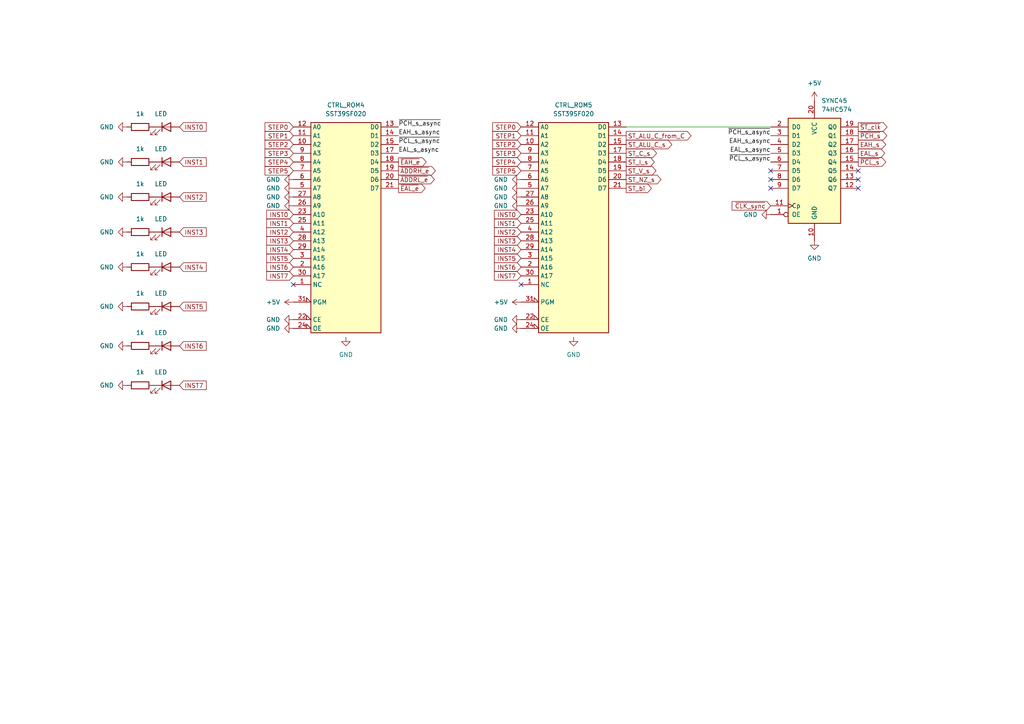
<source format=kicad_sch>
(kicad_sch (version 20211123) (generator eeschema)
  (paper "A4")
  (lib_symbols
    (symbol "74xx:74HCT574" (pin_names (offset 1.016))
      (property "Reference" "U" (at -7.62 16.51 0))
      (property "Value" "74HCT574" (at -7.62 -16.51 0))
      (symbol "74HCT574_1_0"
        (pin input inverted (at -12.7 -12.7 0) (length 5.08) (name "OE") (number "1"))
        (pin power_in line (at 0 -20.32 90) (length 5.08) (name "GND") (number "10"))
        (pin input clock (at -12.7 -10.16 0) (length 5.08) (name "Cp") (number "11"))
        (pin tri_state line (at 12.7 -5.08 180) (length 5.08) (name "Q7") (number "12"))
        (pin tri_state line (at 12.7 -2.54 180) (length 5.08) (name "Q6") (number "13"))
        (pin tri_state line (at 12.7 0 180) (length 5.08) (name "Q5") (number "14"))
        (pin tri_state line (at 12.7 2.54 180) (length 5.08) (name "Q4") (number "15"))
        (pin tri_state line (at 12.7 5.08 180) (length 5.08) (name "Q3") (number "16"))
        (pin tri_state line (at 12.7 7.62 180) (length 5.08) (name "Q2") (number "17"))
        (pin tri_state line (at 12.7 10.16 180) (length 5.08) (name "Q1") (number "18"))
        (pin tri_state line (at 12.7 12.7 180) (length 5.08) (name "Q0") (number "19"))
        (pin input line (at -12.7 12.7 0) (length 5.08) (name "D0") (number "2"))
        (pin power_in line (at 0 20.32 270) (length 5.08) (name "VCC") (number "20"))
        (pin input line (at -12.7 10.16 0) (length 5.08) (name "D1") (number "3"))
        (pin input line (at -12.7 7.62 0) (length 5.08) (name "D2") (number "4"))
        (pin input line (at -12.7 5.08 0) (length 5.08) (name "D3") (number "5"))
        (pin input line (at -12.7 2.54 0) (length 5.08) (name "D4") (number "6"))
        (pin input line (at -12.7 0 0) (length 5.08) (name "D5") (number "7"))
        (pin input line (at -12.7 -2.54 0) (length 5.08) (name "D6") (number "8"))
        (pin input line (at -12.7 -5.08 0) (length 5.08) (name "D7") (number "9"))
      )
      (symbol "74HCT574_1_1"
        (rectangle (start -7.62 15.24) (end 7.62 -15.24) (stroke (width 0.254)) (fill (type background)))
      )
    )
    (symbol "Device:LED" (pin_numbers hide) (pin_names (offset 1.016) hide)
      (property "Reference" "D" (at 0 2.54 0))
      (property "Value" "LED" (at 0 -2.54 0))
      (symbol "LED_0_1"
        (polyline (pts (xy -1.27 -1.27) (xy -1.27 1.27)) (stroke (width 0.254)))
        (polyline (pts (xy -1.27 0) (xy 1.27 0)))
        (polyline (pts (xy 1.27 -1.27) (xy 1.27 1.27) (xy -1.27 0) (xy 1.27 -1.27)) (stroke (width 0.254)))
        (polyline (pts (xy -3.048 -0.762) (xy -4.572 -2.286) (xy -3.81 -2.286) (xy -4.572 -2.286) (xy -4.572 -1.524)))
        (polyline (pts (xy -1.778 -0.762) (xy -3.302 -2.286) (xy -2.54 -2.286) (xy -3.302 -2.286) (xy -3.302 -1.524)))
      )
      (symbol "LED_1_1"
        (pin passive line (at -3.81 0 0) (length 2.54) (name "K") (number "1"))
        (pin passive line (at 3.81 0 180) (length 2.54) (name "A") (number "2"))
      )
    )
    (symbol "Device:R" (pin_numbers hide) (pin_names (offset 0))
      (property "Reference" "R" (at 2.032 0 90))
      (property "Value" "R" (at 0 0 90))
      (symbol "R_0_1"
        (rectangle (start -1.016 -2.54) (end 1.016 2.54) (stroke (width 0.254)))
      )
      (symbol "R_1_1"
        (pin passive line (at 0 3.81 270) (length 1.27) (name "~") (number "1"))
        (pin passive line (at 0 -3.81 90) (length 1.27) (name "~") (number "2"))
      )
    )
    (symbol "Memory_Flash:SST39SF020"
      (property "Reference" "U" (at 2.54 33.02 0))
      (property "Value" "SST39SF020" (at 0 -30.48 0))
      (symbol "SST39SF020_0_0"
        (pin power_in line (at 0 -30.48 90) (length 1.27) hide (name "GND") (number "16"))
        (pin power_in line (at 0 33.02 270) (length 1.27) hide (name "VCC") (number "32"))
      )
      (symbol "SST39SF020_0_1"
        (rectangle (start -10.16 31.75) (end 10.16 -29.21) (stroke (width 0.254)) (fill (type background)))
      )
      (symbol "SST39SF020_1_1"
        (pin input line (at -15.24 -15.24 0) (length 5.08) (name "NC") (number "1"))
        (pin input line (at -15.24 25.4 0) (length 5.08) (name "A2") (number "10"))
        (pin input line (at -15.24 27.94 0) (length 5.08) (name "A1") (number "11"))
        (pin input line (at -15.24 30.48 0) (length 5.08) (name "A0") (number "12"))
        (pin tri_state line (at 15.24 30.48 180) (length 5.08) (name "D0") (number "13"))
        (pin tri_state line (at 15.24 27.94 180) (length 5.08) (name "D1") (number "14"))
        (pin tri_state line (at 15.24 25.4 180) (length 5.08) (name "D2") (number "15"))
        (pin tri_state line (at 15.24 22.86 180) (length 5.08) (name "D3") (number "17"))
        (pin tri_state line (at 15.24 20.32 180) (length 5.08) (name "D4") (number "18"))
        (pin tri_state line (at 15.24 17.78 180) (length 5.08) (name "D5") (number "19"))
        (pin input line (at -15.24 -10.16 0) (length 5.08) (name "A16") (number "2"))
        (pin tri_state line (at 15.24 15.24 180) (length 5.08) (name "D6") (number "20"))
        (pin tri_state line (at 15.24 12.7 180) (length 5.08) (name "D7") (number "21"))
        (pin input input_low (at -15.24 -25.4 0) (length 5.08) (name "CE") (number "22"))
        (pin input line (at -15.24 5.08 0) (length 5.08) (name "A10") (number "23"))
        (pin input input_low (at -15.24 -27.94 0) (length 5.08) (name "OE") (number "24"))
        (pin input line (at -15.24 2.54 0) (length 5.08) (name "A11") (number "25"))
        (pin input line (at -15.24 7.62 0) (length 5.08) (name "A9") (number "26"))
        (pin input line (at -15.24 10.16 0) (length 5.08) (name "A8") (number "27"))
        (pin input line (at -15.24 -2.54 0) (length 5.08) (name "A13") (number "28"))
        (pin input line (at -15.24 -5.08 0) (length 5.08) (name "A14") (number "29"))
        (pin input line (at -15.24 -7.62 0) (length 5.08) (name "A15") (number "3"))
        (pin input line (at -15.24 -12.7 0) (length 5.08) (name "A17") (number "30"))
        (pin input input_low (at -15.24 -20.32 0) (length 5.08) (name "PGM") (number "31"))
        (pin input line (at -15.24 0 0) (length 5.08) (name "A12") (number "4"))
        (pin input line (at -15.24 12.7 0) (length 5.08) (name "A7") (number "5"))
        (pin input line (at -15.24 15.24 0) (length 5.08) (name "A6") (number "6"))
        (pin input line (at -15.24 17.78 0) (length 5.08) (name "A5") (number "7"))
        (pin input line (at -15.24 20.32 0) (length 5.08) (name "A4") (number "8"))
        (pin input line (at -15.24 22.86 0) (length 5.08) (name "A3") (number "9"))
      )
    )
    (symbol "power:+5V" (power) (pin_names (offset 0))
      (property "Value" "+5V" (at 0 3.556 0))
      (symbol "+5V_0_1"
        (polyline (pts (xy -0.762 1.27) (xy 0 2.54)))
        (polyline (pts (xy 0 0) (xy 0 2.54)))
        (polyline (pts (xy 0 2.54) (xy 0.762 1.27)))
      )
      (symbol "+5V_1_1"
        (pin power_in line (at 0 0 90) (length 0) hide (name "+5V") (number "1"))
      )
    )
    (symbol "power:GND" (power) (pin_names (offset 0))
      (property "Value" "GND" (at 0 -3.81 0))
      (symbol "GND_0_1"
        (polyline (pts (xy 0 0) (xy 0 -1.27) (xy 1.27 -1.27) (xy 0 -2.54) (xy -1.27 -1.27) (xy 0 -1.27)))
      )
      (symbol "GND_1_1"
        (pin power_in line (at 0 0 270) (length 0) hide (name "GND") (number "1"))
      )
    )
  )
  (no_connect (at 223.52 54.61))
  (no_connect (at 248.92 52.07))
  (no_connect (at 248.92 49.53))
  (no_connect (at 151.13 82.55))
  (no_connect (at 85.09 82.55))
  (no_connect (at 223.52 49.53))
  (no_connect (at 248.92 54.61))
  (no_connect (at 223.52 52.07))
  (wire (pts (xy 181.61 36.83) (xy 223.52 36.83)))
  (label "EAL_s_async" (at 115.57 44.45 0))
  (label "~{PCH_s_async}" (at 223.52 39.37 180))
  (label "EAH_s_async" (at 223.52 41.91 180))
  (label "~{PCL_s_async}" (at 115.57 41.91 0))
  (label "EAL_s_async" (at 223.52 44.45 180))
  (label "~{PCH_s_async}" (at 115.57 36.83 0))
  (label "~{PCL_s_async}" (at 223.52 46.99 180))
  (label "EAH_s_async" (at 115.57 39.37 0))
  (global_label "INST5" (shape input) (at 85.09 74.93 180) (property "Intersheet References" "${INTERSHEET_REFS}" (effects hide)))
  (global_label "INST6" (shape input) (at 52.07 100.33 0) (property "Intersheet References" "${INTERSHEET_REFS}" (effects hide)))
  (global_label "STEP4" (shape input) (at 85.09 46.99 180) (property "Intersheet References" "${INTERSHEET_REFS}" (effects hide)))
  (global_label "STEP5" (shape input) (at 151.13 49.53 180) (property "Intersheet References" "${INTERSHEET_REFS}" (effects hide)))
  (global_label "INST5" (shape input) (at 151.13 74.93 180) (property "Intersheet References" "${INTERSHEET_REFS}" (effects hide)))
  (global_label "INST3" (shape input) (at 151.13 69.85 180) (property "Intersheet References" "${INTERSHEET_REFS}" (effects hide)))
  (global_label "STEP2" (shape input) (at 85.09 41.91 180) (property "Intersheet References" "${INTERSHEET_REFS}" (effects hide)))
  (global_label "STEP3" (shape input) (at 85.09 44.45 180) (property "Intersheet References" "${INTERSHEET_REFS}" (effects hide)))
  (global_label "INST7" (shape input) (at 52.07 111.76 0) (property "Intersheet References" "${INTERSHEET_REFS}" (effects hide)))
  (global_label "ST_I_s" (shape output) (at 181.61 46.99 0) (property "Intersheet References" "${INTERSHEET_REFS}" (effects hide)))
  (global_label "~{PCH_s}" (shape output) (at 248.92 39.37 0) (property "Intersheet References" "${INTERSHEET_REFS}" (effects hide)))
  (global_label "ST_ALU_C_from_C" (shape output) (at 181.61 39.37 0) (property "Intersheet References" "${INTERSHEET_REFS}" (effects hide)))
  (global_label "EAH_s" (shape output) (at 248.92 41.91 0) (property "Intersheet References" "${INTERSHEET_REFS}" (effects hide)))
  (global_label "ST_bi" (shape output) (at 181.61 54.61 0) (property "Intersheet References" "${INTERSHEET_REFS}" (effects hide)))
  (global_label "ST_NZ_s" (shape output) (at 181.61 52.07 0) (property "Intersheet References" "${INTERSHEET_REFS}" (effects hide)))
  (global_label "INST7" (shape input) (at 85.09 80.01 180) (property "Intersheet References" "${INTERSHEET_REFS}" (effects hide)))
  (global_label "STEP2" (shape input) (at 151.13 41.91 180) (property "Intersheet References" "${INTERSHEET_REFS}" (effects hide)))
  (global_label "INST3" (shape input) (at 85.09 69.85 180) (property "Intersheet References" "${INTERSHEET_REFS}" (effects hide)))
  (global_label "EAL_s" (shape output) (at 248.92 44.45 0) (property "Intersheet References" "${INTERSHEET_REFS}" (effects hide)))
  (global_label "INST5" (shape input) (at 52.07 88.9 0) (property "Intersheet References" "${INTERSHEET_REFS}" (effects hide)))
  (global_label "STEP3" (shape input) (at 151.13 44.45 180) (property "Intersheet References" "${INTERSHEET_REFS}" (effects hide)))
  (global_label "INST7" (shape input) (at 151.13 80.01 180) (property "Intersheet References" "${INTERSHEET_REFS}" (effects hide)))
  (global_label "INST4" (shape input) (at 52.07 77.47 0) (property "Intersheet References" "${INTERSHEET_REFS}" (effects hide)))
  (global_label "INST3" (shape input) (at 52.07 67.31 0) (property "Intersheet References" "${INTERSHEET_REFS}" (effects hide)))
  (global_label "INST4" (shape input) (at 151.13 72.39 180) (property "Intersheet References" "${INTERSHEET_REFS}" (effects hide)))
  (global_label "ST_C_s" (shape output) (at 181.61 44.45 0) (property "Intersheet References" "${INTERSHEET_REFS}" (effects hide)))
  (global_label "INST0" (shape input) (at 151.13 62.23 180) (property "Intersheet References" "${INTERSHEET_REFS}" (effects hide)))
  (global_label "STEP0" (shape input) (at 85.09 36.83 180) (property "Intersheet References" "${INTERSHEET_REFS}" (effects hide)))
  (global_label "~{PCL_s}" (shape output) (at 248.92 46.99 0) (property "Intersheet References" "${INTERSHEET_REFS}" (effects hide)))
  (global_label "INST0" (shape input) (at 52.07 36.83 0) (property "Intersheet References" "${INTERSHEET_REFS}" (effects hide)))
  (global_label "INST2" (shape input) (at 52.07 57.15 0) (property "Intersheet References" "${INTERSHEET_REFS}" (effects hide)))
  (global_label "INST1" (shape input) (at 52.07 46.99 0) (property "Intersheet References" "${INTERSHEET_REFS}" (effects hide)))
  (global_label "~{CLK_sync}" (shape input) (at 223.52 59.69 180) (property "Intersheet References" "${INTERSHEET_REFS}" (effects hide)))
  (global_label "STEP0" (shape input) (at 151.13 36.83 180) (property "Intersheet References" "${INTERSHEET_REFS}" (effects hide)))
  (global_label "INST2" (shape input) (at 85.09 67.31 180) (property "Intersheet References" "${INTERSHEET_REFS}" (effects hide)))
  (global_label "STEP4" (shape input) (at 151.13 46.99 180) (property "Intersheet References" "${INTERSHEET_REFS}" (effects hide)))
  (global_label "INST2" (shape input) (at 151.13 67.31 180) (property "Intersheet References" "${INTERSHEET_REFS}" (effects hide)))
  (global_label "STEP5" (shape input) (at 85.09 49.53 180) (property "Intersheet References" "${INTERSHEET_REFS}" (effects hide)))
  (global_label "ST_V_s" (shape output) (at 181.61 49.53 0) (property "Intersheet References" "${INTERSHEET_REFS}" (effects hide)))
  (global_label "INST4" (shape input) (at 85.09 72.39 180) (property "Intersheet References" "${INTERSHEET_REFS}" (effects hide)))
  (global_label "ST_ALU_C_s" (shape output) (at 181.61 41.91 0) (property "Intersheet References" "${INTERSHEET_REFS}" (effects hide)))
  (global_label "~{ST_clk}" (shape output) (at 248.92 36.83 0) (property "Intersheet References" "${INTERSHEET_REFS}" (effects hide)))
  (global_label "INST1" (shape input) (at 151.13 64.77 180) (property "Intersheet References" "${INTERSHEET_REFS}" (effects hide)))
  (global_label "INST6" (shape input) (at 151.13 77.47 180) (property "Intersheet References" "${INTERSHEET_REFS}" (effects hide)))
  (global_label "INST0" (shape input) (at 85.09 62.23 180) (property "Intersheet References" "${INTERSHEET_REFS}" (effects hide)))
  (global_label "INST6" (shape input) (at 85.09 77.47 180) (property "Intersheet References" "${INTERSHEET_REFS}" (effects hide)))
  (global_label "STEP1" (shape input) (at 85.09 39.37 180) (property "Intersheet References" "${INTERSHEET_REFS}" (effects hide)))
  (global_label "~{EAL_e}" (shape output) (at 115.57 54.61 0) (property "Intersheet References" "${INTERSHEET_REFS}" (effects hide)))
  (global_label "~{ADDRL_e}" (shape output) (at 115.57 52.07 0) (property "Intersheet References" "${INTERSHEET_REFS}" (effects hide)))
  (global_label "~{ADDRH_e}" (shape output) (at 115.57 49.53 0) (property "Intersheet References" "${INTERSHEET_REFS}" (effects hide)))
  (global_label "~{EAH_e}" (shape output) (at 115.57 46.99 0) (property "Intersheet References" "${INTERSHEET_REFS}" (effects hide)))
  (global_label "INST1" (shape input) (at 85.09 64.77 180) (property "Intersheet References" "${INTERSHEET_REFS}" (effects hide)))
  (global_label "STEP1" (shape input) (at 151.13 39.37 180) (property "Intersheet References" "${INTERSHEET_REFS}" (effects hide)))
  (symbol (lib_id "Device:LED") (at 48.26 100.33 0) (unit 1)
    (property "Reference" "LEDI6" (effects hide))
    (property "Value" "LED" (at 46.6725 96.52 0))
  )
  (symbol (lib_id "power:GND") (at 85.09 54.61 270) (unit 1)
    (property "Reference" "#PWR0282" (effects hide))
    (property "Value" "GND" (at 81.28 54.6099 90) (effects (justify right)))
  )
  (symbol (lib_id "power:+5V") (at 151.13 87.63 90) (unit 1)
    (property "Reference" "#PWR0293" (effects hide))
    (property "Value" "+5V" (at 147.32 87.6299 90) (effects (justify left)))
  )
  (symbol (lib_id "power:GND") (at 85.09 52.07 270) (unit 1)
    (property "Reference" "#PWR0281" (effects hide))
    (property "Value" "GND" (at 81.28 52.0699 90) (effects (justify right)))
  )
  (symbol (lib_id "power:GND") (at 151.13 92.71 270) (unit 1)
    (property "Reference" "#PWR0280" (effects hide))
    (property "Value" "GND" (at 147.32 92.7099 90) (effects (justify right)))
  )
  (symbol (lib_id "Device:LED") (at 48.26 67.31 0) (unit 1)
    (property "Reference" "LEDI3" (effects hide))
    (property "Value" "LED" (at 46.6725 63.5 0))
  )
  (symbol (lib_id "power:GND") (at 85.09 92.71 270) (unit 1)
    (property "Reference" "#PWR0273" (effects hide))
    (property "Value" "GND" (at 81.28 92.7099 90) (effects (justify right)))
  )
  (symbol (lib_id "Device:R") (at 40.64 100.33 270) (unit 1)
    (property "Reference" "RLI6" (effects hide))
    (property "Value" "1k" (at 40.64 96.52 90))
  )
  (symbol (lib_id "power:GND") (at 223.52 62.23 270) (unit 1)
    (property "Reference" "#PWR0285" (effects hide))
    (property "Value" "GND" (at 219.71 62.2299 90) (effects (justify right)))
  )
  (symbol (lib_id "power:GND") (at 85.09 59.69 270) (unit 1)
    (property "Reference" "#PWR0283" (effects hide))
    (property "Value" "GND" (at 81.28 59.6899 90) (effects (justify right)))
  )
  (symbol (lib_id "power:GND") (at 236.22 69.85 0) (unit 1)
    (property "Reference" "#PWR0287" (effects hide))
    (property "Value" "GND" (at 236.22 74.93 0))
  )
  (symbol (lib_id "power:GND") (at 36.83 36.83 270) (unit 1)
    (property "Reference" "#PWR0313" (effects hide))
    (property "Value" "GND" (at 33.02 36.8299 90) (effects (justify right)))
  )
  (symbol (lib_id "Device:R") (at 40.64 57.15 270) (unit 1)
    (property "Reference" "RLI2" (effects hide))
    (property "Value" "1k" (at 40.64 53.34 90))
  )
  (symbol (lib_id "Device:R") (at 40.64 111.76 270) (unit 1)
    (property "Reference" "RLI7" (effects hide))
    (property "Value" "1k" (at 40.64 107.95 90))
  )
  (symbol (lib_id "power:GND") (at 151.13 59.69 270) (unit 1)
    (property "Reference" "#PWR0290" (effects hide))
    (property "Value" "GND" (at 147.32 59.6899 90) (effects (justify right)))
  )
  (symbol (lib_id "power:GND") (at 36.83 111.76 270) (unit 1)
    (property "Reference" "#PWR0311" (effects hide))
    (property "Value" "GND" (at 33.02 111.7599 90) (effects (justify right)))
  )
  (symbol (lib_id "Device:R") (at 40.64 77.47 270) (unit 1)
    (property "Reference" "RLI4" (effects hide))
    (property "Value" "1k" (at 40.64 73.66 90))
  )
  (symbol (lib_id "power:+5V") (at 85.09 87.63 90) (unit 1)
    (property "Reference" "#PWR0243" (effects hide))
    (property "Value" "+5V" (at 81.28 87.6299 90) (effects (justify left)))
  )
  (symbol (lib_id "power:+5V") (at 236.22 29.21 0) (unit 1)
    (property "Reference" "#PWR0286" (effects hide))
    (property "Value" "+5V" (at 236.22 24.13 0))
  )
  (symbol (lib_id "power:GND") (at 151.13 52.07 270) (unit 1)
    (property "Reference" "#PWR0288" (effects hide))
    (property "Value" "GND" (at 147.32 52.0699 90) (effects (justify right)))
  )
  (symbol (lib_id "Device:R") (at 40.64 67.31 270) (unit 1)
    (property "Reference" "RLI3" (effects hide))
    (property "Value" "1k" (at 40.64 63.5 90))
  )
  (symbol (lib_id "74xx:74HCT574") (at 236.22 49.53 0) (unit 1)
    (property "Reference" "SYNC45" (at 238.2394 29.21 0) (effects (justify left)))
    (property "Value" "74HC574" (at 238.2394 31.75 0) (effects (justify left)))
    (property "Datasheet" "http://www.ti.com/lit/gpn/sn74HCT574" (effects hide))
  )
  (symbol (lib_id "power:GND") (at 85.09 57.15 270) (unit 1)
    (property "Reference" "#PWR0284" (effects hide))
    (property "Value" "GND" (at 81.28 57.1499 90) (effects (justify right)))
  )
  (symbol (lib_id "Device:R") (at 40.64 46.99 270) (unit 1)
    (property "Reference" "RLI1" (effects hide))
    (property "Value" "1k" (at 40.64 43.18 90))
  )
  (symbol (lib_id "Device:LED") (at 48.26 77.47 0) (unit 1)
    (property "Reference" "LEDI4" (effects hide))
    (property "Value" "LED" (at 46.6725 73.66 0))
  )
  (symbol (lib_id "power:GND") (at 36.83 57.15 270) (unit 1)
    (property "Reference" "#PWR0309" (effects hide))
    (property "Value" "GND" (at 33.02 57.1499 90) (effects (justify right)))
  )
  (symbol (lib_id "Device:LED") (at 48.26 36.83 0) (unit 1)
    (property "Reference" "LEDI0" (effects hide))
    (property "Value" "LED" (at 46.6725 33.02 0))
  )
  (symbol (lib_id "power:GND") (at 100.33 97.79 0) (unit 1)
    (property "Reference" "#PWR0278" (effects hide))
    (property "Value" "GND" (at 100.33 102.87 0))
  )
  (symbol (lib_id "Device:LED") (at 48.26 111.76 0) (unit 1)
    (property "Reference" "LEDI7" (effects hide))
    (property "Value" "LED" (at 46.6725 107.95 0))
  )
  (symbol (lib_id "Memory_Flash:SST39SF020") (at 166.37 67.31 0) (unit 1)
    (property "Reference" "CTRL_ROM5" (at 166.37 30.48 0))
    (property "Value" "SST39SF020" (at 166.37 33.02 0))
    (property "Datasheet" "http://ww1.microchip.com/downloads/en/DeviceDoc/25022B.pdf" (effects hide))
  )
  (symbol (lib_id "power:GND") (at 166.37 97.79 0) (unit 1)
    (property "Reference" "#PWR0294" (effects hide))
    (property "Value" "GND" (at 166.37 102.87 0))
  )
  (symbol (lib_id "Device:R") (at 40.64 36.83 270) (unit 1)
    (property "Reference" "RLI0" (effects hide))
    (property "Value" "1k" (at 40.64 33.02 90))
  )
  (symbol (lib_id "power:GND") (at 85.09 95.25 270) (unit 1)
    (property "Reference" "#PWR0279" (effects hide))
    (property "Value" "GND" (at 81.28 95.2499 90) (effects (justify right)))
  )
  (symbol (lib_id "Device:LED") (at 48.26 57.15 0) (unit 1)
    (property "Reference" "LEDI2" (effects hide))
    (property "Value" "LED" (at 46.6725 53.34 0))
  )
  (symbol (lib_id "power:GND") (at 151.13 95.25 270) (unit 1)
    (property "Reference" "#PWR0292" (effects hide))
    (property "Value" "GND" (at 147.32 95.2499 90) (effects (justify right)))
  )
  (symbol (lib_id "Device:R") (at 40.64 88.9 270) (unit 1)
    (property "Reference" "RLI5" (effects hide))
    (property "Value" "1k" (at 40.64 85.09 90))
  )
  (symbol (lib_id "power:GND") (at 151.13 54.61 270) (unit 1)
    (property "Reference" "#PWR0291" (effects hide))
    (property "Value" "GND" (at 147.32 54.6099 90) (effects (justify right)))
  )
  (symbol (lib_id "Device:LED") (at 48.26 46.99 0) (unit 1)
    (property "Reference" "LEDI1" (effects hide))
    (property "Value" "LED" (at 46.6725 43.18 0))
  )
  (symbol (lib_id "power:GND") (at 36.83 46.99 270) (unit 1)
    (property "Reference" "#PWR0314" (effects hide))
    (property "Value" "GND" (at 33.02 46.9899 90) (effects (justify right)))
  )
  (symbol (lib_id "power:GND") (at 36.83 77.47 270) (unit 1)
    (property "Reference" "#PWR0233" (effects hide))
    (property "Value" "GND" (at 33.02 77.4699 90) (effects (justify right)))
  )
  (symbol (lib_id "power:GND") (at 36.83 100.33 270) (unit 1)
    (property "Reference" "#PWR0312" (effects hide))
    (property "Value" "GND" (at 33.02 100.3299 90) (effects (justify right)))
  )
  (symbol (lib_id "Device:LED") (at 48.26 88.9 0) (unit 1)
    (property "Reference" "LEDI5" (effects hide))
    (property "Value" "LED" (at 46.6725 85.09 0))
  )
  (symbol (lib_id "power:GND") (at 36.83 67.31 270) (unit 1)
    (property "Reference" "#PWR0310" (effects hide))
    (property "Value" "GND" (at 33.02 67.3099 90) (effects (justify right)))
  )
  (symbol (lib_id "Memory_Flash:SST39SF020") (at 100.33 67.31 0) (unit 1)
    (property "Reference" "CTRL_ROM4" (at 100.33 30.48 0))
    (property "Value" "SST39SF020" (at 100.33 33.02 0))
    (property "Datasheet" "http://ww1.microchip.com/downloads/en/DeviceDoc/25022B.pdf" (effects hide))
  )
  (symbol (lib_id "power:GND") (at 36.83 88.9 270) (unit 1)
    (property "Reference" "#PWR0308" (effects hide))
    (property "Value" "GND" (at 33.02 88.8999 90) (effects (justify right)))
  )
  (symbol (lib_id "power:GND") (at 151.13 57.15 270) (unit 1)
    (property "Reference" "#PWR0289" (effects hide))
    (property "Value" "GND" (at 147.32 57.1499 90) (effects (justify right)))
  )
)
</source>
